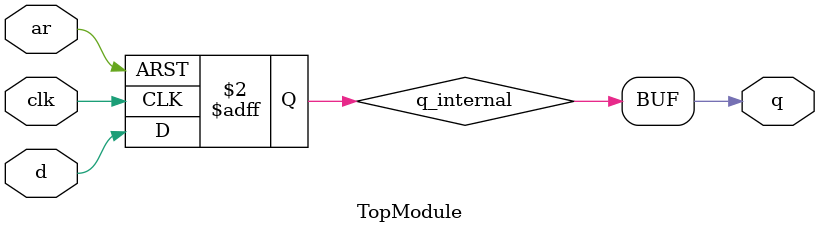
<source format=sv>

module TopModule (
  input clk,
  input d,
  input ar,
  output logic q
);

  logic q_internal;

  always_ff @(posedge clk, posedge ar) begin
    if (ar) begin
      q_internal <= 1'b0;
    end else begin
      q_internal <= d;
    end
  end

  assign q = q_internal;

endmodule

// VERILOG-EVAL: errant inclusion of module definition

</source>
